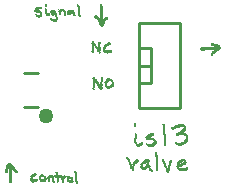
<source format=gto>
G75*
%MOIN*%
%OFA0B0*%
%FSLAX25Y25*%
%IPPOS*%
%LPD*%
%AMOC8*
5,1,8,0,0,1.08239X$1,22.5*
%
%ADD10R,0.00100X0.00400*%
%ADD11R,0.00100X0.00600*%
%ADD12R,0.00100X0.00700*%
%ADD13R,0.00100X0.00900*%
%ADD14R,0.00100X0.01100*%
%ADD15R,0.00100X0.01300*%
%ADD16R,0.00100X0.01200*%
%ADD17R,0.00100X0.01900*%
%ADD18R,0.00100X0.01400*%
%ADD19R,0.00100X0.04300*%
%ADD20R,0.00100X0.05000*%
%ADD21R,0.00100X0.01500*%
%ADD22R,0.00100X0.06700*%
%ADD23R,0.00100X0.06600*%
%ADD24R,0.00100X0.06500*%
%ADD25R,0.00100X0.00800*%
%ADD26R,0.00100X0.03200*%
%ADD27R,0.00100X0.02200*%
%ADD28R,0.00100X0.01800*%
%ADD29R,0.00100X0.02000*%
%ADD30R,0.00100X0.02600*%
%ADD31R,0.00100X0.02500*%
%ADD32R,0.00100X0.00300*%
%ADD33R,0.00100X0.01000*%
%ADD34R,0.00100X0.00500*%
%ADD35R,0.00100X0.00100*%
%ADD36R,0.00100X0.02400*%
%ADD37R,0.00100X0.02100*%
%ADD38R,0.00100X0.05100*%
%ADD39R,0.00100X0.07300*%
%ADD40R,0.00100X0.06800*%
%ADD41R,0.00100X0.02800*%
%ADD42R,0.00100X0.01700*%
%ADD43C,0.01000*%
%ADD44C,0.05000*%
%ADD45R,0.00400X0.00100*%
%ADD46R,0.00600X0.00100*%
%ADD47R,0.00700X0.00100*%
%ADD48R,0.00900X0.00100*%
%ADD49R,0.01100X0.00100*%
%ADD50R,0.01300X0.00100*%
%ADD51R,0.01200X0.00100*%
%ADD52R,0.01900X0.00100*%
%ADD53R,0.01400X0.00100*%
%ADD54R,0.04300X0.00100*%
%ADD55R,0.05000X0.00100*%
%ADD56R,0.01500X0.00100*%
%ADD57R,0.06700X0.00100*%
%ADD58R,0.06600X0.00100*%
%ADD59R,0.06500X0.00100*%
%ADD60R,0.00800X0.00100*%
%ADD61R,0.03200X0.00100*%
%ADD62R,0.02200X0.00100*%
%ADD63R,0.01800X0.00100*%
%ADD64R,0.02000X0.00100*%
%ADD65R,0.02600X0.00100*%
%ADD66R,0.02500X0.00100*%
%ADD67R,0.00300X0.00100*%
%ADD68R,0.01000X0.00100*%
%ADD69R,0.00500X0.00100*%
%ADD70R,0.01600X0.00100*%
%ADD71R,0.02400X0.00100*%
%ADD72R,0.03000X0.00100*%
%ADD73R,0.03500X0.00100*%
%ADD74R,0.03600X0.00100*%
%ADD75R,0.02300X0.00100*%
%ADD76R,0.02100X0.00100*%
%ADD77R,0.01700X0.00100*%
%ADD78R,0.00200X0.00100*%
%ADD79R,0.02700X0.00100*%
%ADD80R,0.02900X0.00100*%
%ADD81R,0.03100X0.00100*%
%ADD82R,0.03300X0.00100*%
%ADD83R,0.02800X0.00100*%
%ADD84R,0.04100X0.00100*%
%ADD85R,0.03800X0.00100*%
%ADD86R,0.03400X0.00100*%
D10*
X0029021Y0030767D03*
D11*
X0028921Y0030767D03*
X0025021Y0031067D03*
D12*
X0028821Y0030817D03*
X0054820Y0082272D03*
X0059220Y0081772D03*
D13*
X0059120Y0081772D03*
X0055520Y0082372D03*
X0054920Y0082272D03*
X0028721Y0030917D03*
X0028621Y0030917D03*
D14*
X0028521Y0031117D03*
X0028421Y0031117D03*
X0055020Y0082272D03*
X0055120Y0082272D03*
X0055220Y0082272D03*
X0055320Y0082272D03*
X0055420Y0082272D03*
X0055620Y0082272D03*
X0055720Y0082172D03*
X0055820Y0082072D03*
X0058520Y0081672D03*
D15*
X0056020Y0081872D03*
X0027321Y0032417D03*
X0027421Y0032317D03*
X0027521Y0032217D03*
X0027621Y0032117D03*
X0027721Y0032017D03*
X0027821Y0031817D03*
X0027921Y0031717D03*
X0028321Y0031317D03*
X0025321Y0031217D03*
X0027321Y0027917D03*
D16*
X0028221Y0031467D03*
X0028121Y0031567D03*
X0028021Y0031667D03*
X0027121Y0032767D03*
X0055920Y0082022D03*
X0058320Y0081522D03*
X0058420Y0081622D03*
D17*
X0058020Y0080972D03*
X0057820Y0080672D03*
X0057620Y0080272D03*
X0026221Y0032717D03*
X0026121Y0032717D03*
X0027221Y0028017D03*
D18*
X0027221Y0032667D03*
X0056320Y0081422D03*
X0056220Y0081622D03*
X0056120Y0081722D03*
X0058220Y0081422D03*
D19*
X0027121Y0029117D03*
D20*
X0027021Y0029467D03*
D21*
X0025421Y0031317D03*
X0027021Y0032817D03*
X0056520Y0081172D03*
X0056420Y0081272D03*
D22*
X0026821Y0030417D03*
X0026921Y0030317D03*
D23*
X0026721Y0030467D03*
D24*
X0026621Y0030517D03*
D25*
X0026521Y0027767D03*
X0025121Y0031067D03*
D26*
X0026521Y0032167D03*
D27*
X0026421Y0032667D03*
X0025921Y0032367D03*
X0057720Y0080422D03*
D28*
X0026321Y0032867D03*
X0025521Y0031467D03*
D29*
X0025621Y0031567D03*
X0026021Y0032567D03*
X0056620Y0080722D03*
X0056720Y0080722D03*
X0057520Y0080222D03*
X0057920Y0080822D03*
D30*
X0025821Y0032067D03*
D31*
X0025721Y0031817D03*
D32*
X0025621Y0032817D03*
X0057520Y0085772D03*
D33*
X0058620Y0081822D03*
X0058720Y0081822D03*
X0058820Y0081822D03*
X0058920Y0081822D03*
X0059020Y0081822D03*
X0025221Y0031167D03*
D34*
X0059320Y0081772D03*
X0056820Y0086372D03*
D35*
X0056820Y0085672D03*
X0056418Y0070229D03*
X0059218Y0070229D03*
X0039457Y0083540D03*
X0038457Y0085640D03*
X0068309Y0045665D03*
X0068509Y0043365D03*
X0072209Y0040065D03*
X0073609Y0038965D03*
X0081709Y0040465D03*
X0044357Y0027122D03*
D36*
X0056820Y0080822D03*
D37*
X0056920Y0085672D03*
D38*
X0056920Y0081972D03*
D39*
X0057320Y0082872D03*
X0057220Y0082972D03*
X0057120Y0082972D03*
X0057020Y0083072D03*
D40*
X0057420Y0082622D03*
D41*
X0057520Y0083922D03*
D42*
X0058120Y0081172D03*
D43*
X0069461Y0080394D02*
X0083240Y0080394D01*
X0083240Y0052047D01*
X0069461Y0052047D01*
X0069461Y0080394D01*
X0069461Y0072126D02*
X0069461Y0066220D01*
X0073398Y0066220D01*
X0073398Y0072126D01*
X0069461Y0072126D01*
X0069461Y0066220D02*
X0069461Y0060315D01*
X0073398Y0060315D01*
X0073398Y0066220D01*
X0035858Y0063858D02*
X0031134Y0063858D01*
X0031134Y0052441D02*
X0035858Y0052441D01*
D44*
X0038476Y0049429D03*
D45*
X0054368Y0058218D03*
X0068259Y0045765D03*
X0070359Y0040265D03*
X0065659Y0035265D03*
X0068859Y0034765D03*
X0067559Y0031165D03*
X0078159Y0039265D03*
X0081759Y0040365D03*
X0077659Y0046565D03*
X0093711Y0069514D03*
X0060168Y0071129D03*
X0049807Y0082340D03*
X0045007Y0082740D03*
X0039407Y0083440D03*
X0038407Y0084840D03*
X0035307Y0082940D03*
X0042007Y0030522D03*
X0039507Y0027522D03*
X0044307Y0027222D03*
X0048307Y0030622D03*
D46*
X0048307Y0030522D03*
X0045807Y0028022D03*
X0044307Y0027322D03*
X0044207Y0027522D03*
X0042507Y0027522D03*
X0042507Y0027422D03*
X0041107Y0027322D03*
X0041007Y0027422D03*
X0039507Y0027622D03*
X0036507Y0028122D03*
X0036507Y0028222D03*
X0036507Y0028322D03*
X0036507Y0028422D03*
X0034907Y0030022D03*
X0033607Y0028122D03*
X0042107Y0030322D03*
X0048807Y0026922D03*
X0048807Y0026822D03*
X0065659Y0035165D03*
X0068859Y0034665D03*
X0072359Y0034765D03*
X0075259Y0036765D03*
X0077459Y0034665D03*
X0080159Y0034465D03*
X0082459Y0032165D03*
X0082459Y0032065D03*
X0085359Y0031965D03*
X0078159Y0039365D03*
X0081859Y0040265D03*
X0077659Y0046465D03*
X0073859Y0043465D03*
X0072259Y0039765D03*
X0070359Y0040165D03*
X0069559Y0039065D03*
X0068559Y0040065D03*
X0068459Y0040165D03*
X0068359Y0040365D03*
X0068359Y0040465D03*
X0068559Y0043065D03*
X0068559Y0043165D03*
X0068159Y0046565D03*
X0057068Y0061918D03*
X0054568Y0061918D03*
X0054068Y0073929D03*
X0059668Y0073729D03*
X0049807Y0082440D03*
X0049307Y0086040D03*
X0045007Y0082840D03*
X0043107Y0083140D03*
X0041907Y0082840D03*
X0042007Y0082440D03*
X0042007Y0082340D03*
X0042007Y0082240D03*
X0040907Y0082740D03*
X0039207Y0082740D03*
X0038407Y0083640D03*
X0038407Y0083740D03*
X0038407Y0084440D03*
X0038407Y0084640D03*
X0038407Y0084740D03*
X0036307Y0085540D03*
X0035407Y0082840D03*
X0044007Y0084840D03*
X0094011Y0073514D03*
X0093711Y0069614D03*
X0073959Y0030765D03*
D47*
X0073209Y0031565D03*
X0073109Y0031665D03*
X0073009Y0031865D03*
X0072909Y0032065D03*
X0071009Y0031365D03*
X0070309Y0032165D03*
X0070309Y0032265D03*
X0070309Y0032365D03*
X0066809Y0032665D03*
X0066709Y0032865D03*
X0066709Y0032965D03*
X0066609Y0033065D03*
X0066609Y0033165D03*
X0066609Y0033265D03*
X0066509Y0033465D03*
X0066409Y0033665D03*
X0066409Y0033765D03*
X0066309Y0033965D03*
X0066309Y0034065D03*
X0066209Y0034165D03*
X0066209Y0034265D03*
X0066109Y0034365D03*
X0066109Y0034465D03*
X0066009Y0034565D03*
X0066009Y0034665D03*
X0065909Y0034765D03*
X0065909Y0034865D03*
X0065809Y0034965D03*
X0065709Y0035065D03*
X0068709Y0039865D03*
X0068609Y0039965D03*
X0068409Y0040265D03*
X0068309Y0040565D03*
X0068309Y0040665D03*
X0068309Y0040765D03*
X0068309Y0040865D03*
X0068309Y0040965D03*
X0068309Y0041065D03*
X0068309Y0041165D03*
X0068309Y0041265D03*
X0068309Y0041365D03*
X0068309Y0041465D03*
X0068309Y0041565D03*
X0068309Y0041665D03*
X0068309Y0041765D03*
X0068409Y0042165D03*
X0068409Y0042265D03*
X0068509Y0042965D03*
X0068209Y0045865D03*
X0068209Y0045965D03*
X0074909Y0040965D03*
X0075009Y0040765D03*
X0078009Y0040865D03*
X0078009Y0040965D03*
X0078009Y0040665D03*
X0078009Y0040265D03*
X0078109Y0039565D03*
X0078109Y0039465D03*
X0078009Y0041365D03*
X0078009Y0041465D03*
X0078009Y0041565D03*
X0078009Y0041665D03*
X0078009Y0041765D03*
X0078009Y0041865D03*
X0078009Y0041965D03*
X0078009Y0042065D03*
X0078009Y0042165D03*
X0078009Y0042265D03*
X0078009Y0042365D03*
X0078009Y0042465D03*
X0078009Y0042565D03*
X0078009Y0042665D03*
X0078009Y0042765D03*
X0078009Y0042865D03*
X0078009Y0042965D03*
X0078009Y0043065D03*
X0077909Y0043665D03*
X0077909Y0043765D03*
X0077909Y0043865D03*
X0077909Y0043965D03*
X0077909Y0044065D03*
X0077909Y0044165D03*
X0077809Y0044665D03*
X0077809Y0044765D03*
X0077809Y0044865D03*
X0077809Y0044965D03*
X0077809Y0045065D03*
X0077809Y0045165D03*
X0077809Y0045265D03*
X0077809Y0045365D03*
X0077709Y0046365D03*
X0082609Y0042765D03*
X0085409Y0042565D03*
X0085509Y0042465D03*
X0085509Y0042365D03*
X0085609Y0042265D03*
X0085609Y0042165D03*
X0085609Y0042065D03*
X0083009Y0039465D03*
X0084909Y0034265D03*
X0084909Y0034165D03*
X0084909Y0034065D03*
X0082409Y0032265D03*
X0082509Y0031965D03*
X0080209Y0034265D03*
X0080209Y0034365D03*
X0078109Y0033165D03*
X0078209Y0032865D03*
X0078309Y0032665D03*
X0078309Y0032565D03*
X0078409Y0032365D03*
X0078509Y0032065D03*
X0077809Y0033865D03*
X0077709Y0034065D03*
X0077509Y0034565D03*
X0075409Y0034465D03*
X0075409Y0034865D03*
X0075409Y0034965D03*
X0075409Y0035065D03*
X0075409Y0035165D03*
X0075409Y0035265D03*
X0075409Y0035365D03*
X0075409Y0035465D03*
X0075409Y0035565D03*
X0075309Y0035865D03*
X0075309Y0036065D03*
X0075309Y0036165D03*
X0075309Y0036265D03*
X0075309Y0036365D03*
X0075309Y0036465D03*
X0075309Y0036565D03*
X0075309Y0036665D03*
X0075409Y0033565D03*
X0075409Y0033365D03*
X0075409Y0033265D03*
X0075409Y0033165D03*
X0075409Y0033065D03*
X0075409Y0032965D03*
X0075409Y0032865D03*
X0075409Y0032765D03*
X0075509Y0031265D03*
X0048657Y0028222D03*
X0048657Y0028122D03*
X0048657Y0028022D03*
X0048657Y0027922D03*
X0048657Y0027822D03*
X0048657Y0027722D03*
X0048657Y0027622D03*
X0048657Y0027522D03*
X0048657Y0027422D03*
X0048757Y0027222D03*
X0048757Y0027122D03*
X0048757Y0027022D03*
X0048557Y0028622D03*
X0048557Y0028722D03*
X0048557Y0028922D03*
X0048557Y0029022D03*
X0048457Y0029222D03*
X0048457Y0029322D03*
X0048457Y0029422D03*
X0048457Y0029522D03*
X0048457Y0029622D03*
X0048457Y0029722D03*
X0048457Y0029822D03*
X0048457Y0029922D03*
X0048357Y0030222D03*
X0048357Y0030322D03*
X0048357Y0030422D03*
X0047257Y0028122D03*
X0047257Y0028022D03*
X0047257Y0027922D03*
X0045857Y0027922D03*
X0045857Y0027822D03*
X0045857Y0028122D03*
X0045857Y0028222D03*
X0044157Y0027822D03*
X0044157Y0027722D03*
X0044157Y0027622D03*
X0044257Y0027422D03*
X0044057Y0027922D03*
X0044057Y0028022D03*
X0044057Y0028122D03*
X0042457Y0027822D03*
X0042457Y0027722D03*
X0042457Y0027622D03*
X0042357Y0028322D03*
X0042357Y0028422D03*
X0042357Y0028522D03*
X0042257Y0029522D03*
X0042257Y0029622D03*
X0042257Y0029722D03*
X0042157Y0030222D03*
X0040857Y0028722D03*
X0040857Y0028622D03*
X0040857Y0028522D03*
X0040957Y0028322D03*
X0040957Y0028222D03*
X0040957Y0028122D03*
X0040957Y0028022D03*
X0040957Y0027922D03*
X0040957Y0027822D03*
X0040957Y0027722D03*
X0040957Y0027622D03*
X0040957Y0027522D03*
X0039457Y0027722D03*
X0039457Y0027822D03*
X0039457Y0027922D03*
X0039457Y0028022D03*
X0039457Y0028122D03*
X0038357Y0028422D03*
X0038357Y0028522D03*
X0038257Y0028622D03*
X0038257Y0028722D03*
X0038157Y0028822D03*
X0037257Y0029722D03*
X0036557Y0028622D03*
X0036457Y0028522D03*
X0037457Y0027322D03*
X0033657Y0028022D03*
X0033657Y0028222D03*
X0033657Y0028422D03*
X0054318Y0058318D03*
X0054318Y0058418D03*
X0054318Y0058518D03*
X0054418Y0058718D03*
X0054418Y0058818D03*
X0054418Y0058918D03*
X0054518Y0059518D03*
X0054518Y0059618D03*
X0054518Y0059718D03*
X0054518Y0059818D03*
X0054518Y0059918D03*
X0056818Y0058218D03*
X0058518Y0059518D03*
X0058518Y0059618D03*
X0058518Y0059718D03*
X0058518Y0059818D03*
X0058618Y0059318D03*
X0060718Y0060518D03*
X0060618Y0060718D03*
X0057118Y0061818D03*
X0056418Y0070429D03*
X0056418Y0071829D03*
X0056318Y0072229D03*
X0056318Y0072329D03*
X0056318Y0072429D03*
X0056318Y0072529D03*
X0056318Y0072629D03*
X0056318Y0072729D03*
X0056318Y0073729D03*
X0055318Y0072129D03*
X0054118Y0072129D03*
X0054118Y0072029D03*
X0054118Y0071929D03*
X0054118Y0071829D03*
X0054118Y0071729D03*
X0054118Y0071629D03*
X0054018Y0071129D03*
X0054018Y0071029D03*
X0054018Y0070929D03*
X0054018Y0070629D03*
X0054018Y0070529D03*
X0054118Y0072229D03*
X0054118Y0072329D03*
X0054118Y0072429D03*
X0054118Y0072529D03*
X0054118Y0072629D03*
X0054118Y0073829D03*
X0057918Y0071529D03*
X0057918Y0071429D03*
X0057918Y0071329D03*
X0057918Y0071229D03*
X0057918Y0071129D03*
X0057918Y0071029D03*
X0049757Y0082540D03*
X0049757Y0082640D03*
X0049657Y0082840D03*
X0049657Y0082940D03*
X0049657Y0083040D03*
X0049657Y0083140D03*
X0049657Y0083240D03*
X0049557Y0083740D03*
X0049557Y0083840D03*
X0049557Y0083940D03*
X0049557Y0084040D03*
X0049557Y0084140D03*
X0049557Y0084240D03*
X0049557Y0084340D03*
X0049557Y0084440D03*
X0049557Y0084540D03*
X0049457Y0084840D03*
X0049457Y0084940D03*
X0049457Y0085040D03*
X0049457Y0085140D03*
X0049457Y0085240D03*
X0049457Y0085340D03*
X0049357Y0085640D03*
X0049357Y0085740D03*
X0047757Y0083240D03*
X0048057Y0082740D03*
X0044957Y0083140D03*
X0044957Y0083240D03*
X0044957Y0083340D03*
X0044857Y0083740D03*
X0043057Y0083440D03*
X0043057Y0083340D03*
X0041957Y0082740D03*
X0041957Y0082640D03*
X0041957Y0082540D03*
X0042057Y0082140D03*
X0042057Y0082040D03*
X0042057Y0081940D03*
X0042057Y0081840D03*
X0042057Y0081740D03*
X0042057Y0081640D03*
X0042057Y0081540D03*
X0042057Y0081440D03*
X0041957Y0081340D03*
X0040357Y0081540D03*
X0040357Y0083340D03*
X0040357Y0083440D03*
X0040357Y0083540D03*
X0041057Y0084440D03*
X0038457Y0084540D03*
X0038357Y0084340D03*
X0038357Y0084240D03*
X0038357Y0084140D03*
X0038357Y0084040D03*
X0038357Y0083940D03*
X0038357Y0083840D03*
X0038457Y0083540D03*
X0036857Y0083340D03*
X0036857Y0083240D03*
X0036857Y0083140D03*
X0036857Y0083040D03*
X0035057Y0084540D03*
X0038357Y0085840D03*
X0038357Y0085940D03*
X0038357Y0086040D03*
X0038357Y0086140D03*
X0093761Y0069714D03*
D48*
X0093861Y0069814D03*
X0093861Y0069914D03*
X0068109Y0046265D03*
X0073809Y0043365D03*
X0074609Y0041165D03*
X0075009Y0040565D03*
X0075009Y0040465D03*
X0080909Y0044865D03*
X0084809Y0045065D03*
X0084809Y0045165D03*
X0085209Y0042765D03*
X0085309Y0042665D03*
X0085609Y0041565D03*
X0085609Y0041465D03*
X0085509Y0041365D03*
X0084209Y0034865D03*
X0084809Y0033865D03*
X0082809Y0033465D03*
X0082709Y0033365D03*
X0082709Y0033265D03*
X0080209Y0034065D03*
X0080209Y0034165D03*
X0080109Y0033865D03*
X0080009Y0033665D03*
X0079909Y0033565D03*
X0079909Y0033465D03*
X0079909Y0033365D03*
X0079809Y0033265D03*
X0079809Y0033165D03*
X0079709Y0032965D03*
X0079709Y0032865D03*
X0079609Y0032565D03*
X0079609Y0032465D03*
X0079509Y0032165D03*
X0079509Y0032065D03*
X0079209Y0030765D03*
X0073809Y0030965D03*
X0073709Y0031065D03*
X0073409Y0031365D03*
X0072609Y0033165D03*
X0072609Y0033265D03*
X0072609Y0033365D03*
X0072609Y0033465D03*
X0072609Y0033565D03*
X0072609Y0033665D03*
X0070609Y0033065D03*
X0070509Y0032965D03*
X0070509Y0032865D03*
X0070409Y0032665D03*
X0067809Y0032865D03*
X0067709Y0032765D03*
X0067709Y0032665D03*
X0067409Y0031565D03*
X0067409Y0031465D03*
X0047257Y0027822D03*
X0047157Y0028222D03*
X0045957Y0028322D03*
X0044857Y0029222D03*
X0044057Y0028422D03*
X0040257Y0029422D03*
X0039457Y0028422D03*
X0039457Y0028322D03*
X0039457Y0028222D03*
X0038257Y0028222D03*
X0038057Y0028922D03*
X0037957Y0029022D03*
X0037257Y0029622D03*
X0036657Y0028822D03*
X0034857Y0029922D03*
X0033857Y0028822D03*
X0033757Y0028622D03*
X0056818Y0058318D03*
X0056918Y0059718D03*
X0056918Y0059818D03*
X0057018Y0060618D03*
X0057018Y0060718D03*
X0057018Y0060818D03*
X0057118Y0061318D03*
X0057118Y0061418D03*
X0057118Y0061518D03*
X0057118Y0061618D03*
X0057118Y0061718D03*
X0055618Y0060218D03*
X0055518Y0060318D03*
X0055718Y0060018D03*
X0055818Y0059918D03*
X0055818Y0059818D03*
X0055918Y0059718D03*
X0054618Y0061718D03*
X0058618Y0060318D03*
X0058718Y0060518D03*
X0060818Y0059818D03*
X0060818Y0059718D03*
X0056318Y0070629D03*
X0056318Y0070729D03*
X0058018Y0071729D03*
X0058018Y0071829D03*
X0058118Y0071929D03*
X0058218Y0072129D03*
X0058318Y0072329D03*
X0059618Y0073629D03*
X0056318Y0073329D03*
X0056318Y0073229D03*
X0054218Y0073529D03*
X0054218Y0073629D03*
X0047957Y0082940D03*
X0047857Y0083040D03*
X0046957Y0084540D03*
X0044657Y0084140D03*
X0043157Y0083940D03*
X0043057Y0083540D03*
X0041457Y0083740D03*
X0040457Y0083740D03*
X0040857Y0082840D03*
X0041557Y0080740D03*
X0036757Y0082840D03*
X0036757Y0083540D03*
X0035257Y0084740D03*
X0035157Y0084640D03*
X0036257Y0082140D03*
D49*
X0036457Y0083740D03*
X0035357Y0084840D03*
X0036257Y0085440D03*
X0039257Y0082840D03*
X0041457Y0083440D03*
X0043257Y0084140D03*
X0046257Y0083140D03*
X0054318Y0073329D03*
X0056218Y0071029D03*
X0056218Y0070929D03*
X0059518Y0073529D03*
X0059018Y0060918D03*
X0058918Y0060818D03*
X0058918Y0059118D03*
X0060418Y0059218D03*
X0060518Y0059318D03*
X0060618Y0059418D03*
X0056718Y0058618D03*
X0056718Y0058518D03*
X0054818Y0061318D03*
X0054818Y0061418D03*
X0054718Y0061518D03*
X0070309Y0039965D03*
X0074809Y0040165D03*
X0068809Y0034365D03*
X0068809Y0034265D03*
X0068709Y0034165D03*
X0068609Y0034065D03*
X0068309Y0033665D03*
X0068209Y0033565D03*
X0068009Y0033265D03*
X0067309Y0031865D03*
X0070909Y0033465D03*
X0071009Y0033565D03*
X0071109Y0033665D03*
X0071209Y0033765D03*
X0072509Y0032865D03*
X0072509Y0032765D03*
X0071109Y0031465D03*
X0083009Y0033765D03*
X0083109Y0033865D03*
X0083209Y0033965D03*
X0083309Y0034065D03*
X0084709Y0033665D03*
X0085009Y0040665D03*
X0085109Y0040765D03*
X0085209Y0040865D03*
X0085309Y0040965D03*
X0085009Y0042865D03*
X0084509Y0044665D03*
X0084609Y0044765D03*
X0094061Y0070014D03*
X0094061Y0070114D03*
X0044757Y0029122D03*
X0044157Y0028522D03*
X0039657Y0028722D03*
X0039557Y0028622D03*
X0038157Y0028022D03*
X0035057Y0028022D03*
D50*
X0034657Y0029622D03*
X0037457Y0027422D03*
X0046357Y0028822D03*
X0067309Y0031965D03*
X0067309Y0032065D03*
X0071309Y0033865D03*
X0072209Y0034565D03*
X0072409Y0032565D03*
X0079109Y0031365D03*
X0079109Y0031265D03*
X0083609Y0034265D03*
X0084209Y0034765D03*
X0084409Y0033465D03*
X0084309Y0033365D03*
X0084809Y0040465D03*
X0083809Y0043965D03*
X0083909Y0044065D03*
X0074609Y0039965D03*
X0070209Y0039865D03*
X0056618Y0058818D03*
X0056618Y0058918D03*
X0054918Y0061018D03*
X0054918Y0061118D03*
X0059618Y0061518D03*
X0056218Y0071229D03*
X0054418Y0073029D03*
X0054418Y0073129D03*
X0058818Y0072829D03*
X0059518Y0073429D03*
X0041457Y0080840D03*
X0040657Y0081340D03*
X0039157Y0082940D03*
X0040957Y0084240D03*
X0035557Y0084940D03*
X0090861Y0071214D03*
X0094261Y0070214D03*
X0094661Y0070614D03*
X0094761Y0070714D03*
X0094961Y0070814D03*
X0095061Y0070914D03*
X0095161Y0071014D03*
X0095261Y0071114D03*
X0095361Y0071214D03*
X0094161Y0073214D03*
D51*
X0095711Y0071414D03*
X0094611Y0070514D03*
X0094511Y0070414D03*
X0094411Y0070314D03*
X0084459Y0044565D03*
X0084359Y0044465D03*
X0084259Y0044365D03*
X0084159Y0044265D03*
X0084059Y0044165D03*
X0084959Y0040565D03*
X0083459Y0034165D03*
X0084559Y0033565D03*
X0085159Y0031865D03*
X0082659Y0032365D03*
X0079159Y0031165D03*
X0079159Y0031065D03*
X0072459Y0032665D03*
X0068559Y0033965D03*
X0068459Y0033865D03*
X0068359Y0033765D03*
X0074759Y0040065D03*
X0073759Y0043265D03*
X0056668Y0058718D03*
X0054868Y0061218D03*
X0059068Y0061018D03*
X0056168Y0071129D03*
X0058568Y0072629D03*
X0058668Y0072729D03*
X0054368Y0073229D03*
X0046907Y0084440D03*
X0043907Y0084740D03*
X0041407Y0083340D03*
X0036207Y0082240D03*
X0035307Y0084440D03*
X0034707Y0029722D03*
X0034307Y0029322D03*
X0034207Y0029222D03*
X0037207Y0029522D03*
X0040207Y0029322D03*
X0044307Y0028622D03*
D52*
X0046457Y0028422D03*
X0046657Y0027522D03*
X0037457Y0027622D03*
X0034557Y0027422D03*
X0069609Y0039465D03*
X0073409Y0039165D03*
X0073509Y0042865D03*
X0072109Y0034265D03*
X0084109Y0034465D03*
X0090961Y0071314D03*
X0095661Y0072314D03*
X0095661Y0072414D03*
X0046757Y0084140D03*
X0041257Y0082940D03*
X0035857Y0083940D03*
X0035757Y0084040D03*
X0035657Y0084140D03*
D53*
X0036207Y0085340D03*
X0036207Y0082340D03*
X0039107Y0083040D03*
X0046307Y0083240D03*
X0054468Y0072929D03*
X0056068Y0071429D03*
X0056168Y0071329D03*
X0054968Y0060918D03*
X0054968Y0060818D03*
X0060268Y0059118D03*
X0073759Y0043165D03*
X0072359Y0042165D03*
X0072359Y0042065D03*
X0070059Y0039765D03*
X0069559Y0039265D03*
X0073359Y0039065D03*
X0067259Y0032265D03*
X0067259Y0032165D03*
X0081059Y0045065D03*
X0083559Y0046365D03*
X0083659Y0043865D03*
X0084159Y0033265D03*
X0046707Y0027222D03*
X0044707Y0029022D03*
X0040207Y0029222D03*
X0034607Y0029522D03*
X0034507Y0029422D03*
X0095611Y0071314D03*
D54*
X0092061Y0071414D03*
X0083009Y0045665D03*
D55*
X0092411Y0071514D03*
D56*
X0094261Y0073114D03*
X0095761Y0071514D03*
X0083509Y0043765D03*
X0082809Y0042965D03*
X0084709Y0042965D03*
X0084609Y0040365D03*
X0084209Y0034665D03*
X0082809Y0032465D03*
X0079109Y0031565D03*
X0079109Y0031465D03*
X0072409Y0032465D03*
X0071109Y0031565D03*
X0072209Y0034465D03*
X0067309Y0032365D03*
X0074509Y0039865D03*
X0074309Y0041265D03*
X0072409Y0042265D03*
X0059618Y0058618D03*
X0056618Y0059018D03*
X0055018Y0060718D03*
X0059618Y0061418D03*
X0056118Y0071529D03*
X0056018Y0071629D03*
X0054518Y0072729D03*
X0054518Y0072829D03*
X0058918Y0072929D03*
X0059018Y0073029D03*
X0059418Y0073329D03*
X0046357Y0083340D03*
X0046857Y0084340D03*
X0043957Y0084640D03*
X0040957Y0084140D03*
X0039057Y0083140D03*
X0038957Y0083340D03*
X0035457Y0084340D03*
X0037257Y0029422D03*
X0044457Y0028722D03*
X0044657Y0028922D03*
X0046357Y0028722D03*
D57*
X0093261Y0071614D03*
X0093361Y0071714D03*
D58*
X0093411Y0071814D03*
D59*
X0093461Y0071914D03*
D60*
X0094011Y0073414D03*
X0090711Y0072014D03*
X0077759Y0046265D03*
X0077759Y0046165D03*
X0077759Y0046065D03*
X0077759Y0045965D03*
X0077759Y0045865D03*
X0077759Y0045765D03*
X0077759Y0045665D03*
X0077759Y0045565D03*
X0077759Y0045465D03*
X0077859Y0044565D03*
X0077859Y0044465D03*
X0077859Y0044365D03*
X0077859Y0044265D03*
X0077959Y0043565D03*
X0077959Y0043465D03*
X0077959Y0043365D03*
X0077959Y0043265D03*
X0077959Y0043165D03*
X0078059Y0041265D03*
X0078059Y0041165D03*
X0078059Y0041065D03*
X0078059Y0040765D03*
X0078059Y0040565D03*
X0078059Y0040465D03*
X0078059Y0040365D03*
X0078059Y0040165D03*
X0078059Y0040065D03*
X0078059Y0039965D03*
X0078059Y0039865D03*
X0078059Y0039765D03*
X0078059Y0039665D03*
X0075059Y0040665D03*
X0074959Y0040865D03*
X0074759Y0041065D03*
X0070359Y0040065D03*
X0068759Y0039765D03*
X0068359Y0041865D03*
X0068359Y0041965D03*
X0068359Y0042065D03*
X0068459Y0042365D03*
X0068459Y0042465D03*
X0068459Y0042565D03*
X0068459Y0042665D03*
X0068559Y0042765D03*
X0068559Y0042865D03*
X0068159Y0046065D03*
X0068159Y0046165D03*
X0068159Y0046365D03*
X0068159Y0046465D03*
X0075359Y0035965D03*
X0075359Y0035765D03*
X0075359Y0035665D03*
X0075459Y0034765D03*
X0075459Y0034665D03*
X0075459Y0034565D03*
X0075459Y0034365D03*
X0075459Y0034265D03*
X0075459Y0034165D03*
X0075459Y0034065D03*
X0075459Y0033965D03*
X0075459Y0033865D03*
X0075459Y0033765D03*
X0075459Y0033665D03*
X0075459Y0033465D03*
X0075359Y0032665D03*
X0075359Y0032565D03*
X0075359Y0032465D03*
X0075359Y0032365D03*
X0075359Y0032265D03*
X0075359Y0032165D03*
X0075359Y0032065D03*
X0075359Y0031965D03*
X0075359Y0031865D03*
X0075359Y0031765D03*
X0075359Y0031665D03*
X0075359Y0031565D03*
X0075359Y0031465D03*
X0075459Y0031365D03*
X0073859Y0030865D03*
X0073259Y0031465D03*
X0073059Y0031765D03*
X0072959Y0031965D03*
X0070359Y0032065D03*
X0070359Y0032465D03*
X0070359Y0032565D03*
X0070459Y0032765D03*
X0068859Y0034565D03*
X0066559Y0033365D03*
X0066459Y0033565D03*
X0066359Y0033865D03*
X0066759Y0032765D03*
X0067459Y0031365D03*
X0077559Y0034365D03*
X0077559Y0034465D03*
X0077659Y0034265D03*
X0077659Y0034165D03*
X0077759Y0033965D03*
X0077859Y0033765D03*
X0077859Y0033665D03*
X0077959Y0033565D03*
X0077959Y0033465D03*
X0078059Y0033365D03*
X0078059Y0033265D03*
X0078159Y0033065D03*
X0078159Y0032965D03*
X0078259Y0032765D03*
X0078359Y0032465D03*
X0078459Y0032265D03*
X0078459Y0032165D03*
X0078559Y0031965D03*
X0079459Y0031965D03*
X0079559Y0032265D03*
X0079559Y0032365D03*
X0079659Y0032665D03*
X0079659Y0032765D03*
X0079759Y0033065D03*
X0079259Y0030665D03*
X0082659Y0031865D03*
X0082659Y0033165D03*
X0084859Y0033965D03*
X0085659Y0041665D03*
X0085659Y0041765D03*
X0085659Y0041865D03*
X0085659Y0041965D03*
X0084859Y0045265D03*
X0084859Y0045365D03*
X0084859Y0045465D03*
X0084759Y0045565D03*
X0060868Y0059918D03*
X0060868Y0060018D03*
X0060868Y0060118D03*
X0060768Y0060218D03*
X0060768Y0060318D03*
X0060768Y0060418D03*
X0060668Y0060618D03*
X0060568Y0060818D03*
X0060468Y0060918D03*
X0060368Y0061018D03*
X0058568Y0060218D03*
X0058568Y0060118D03*
X0058568Y0060018D03*
X0058568Y0059918D03*
X0058568Y0059418D03*
X0058668Y0059218D03*
X0056968Y0059918D03*
X0056968Y0060018D03*
X0056968Y0060118D03*
X0056968Y0060218D03*
X0056968Y0060318D03*
X0056968Y0060418D03*
X0056968Y0060518D03*
X0057068Y0060918D03*
X0057068Y0061018D03*
X0057068Y0061118D03*
X0057068Y0061218D03*
X0055668Y0060118D03*
X0055468Y0060418D03*
X0054568Y0060418D03*
X0054568Y0060318D03*
X0054568Y0060218D03*
X0054568Y0060118D03*
X0054568Y0060018D03*
X0054468Y0059418D03*
X0054468Y0059318D03*
X0054468Y0059218D03*
X0054468Y0059118D03*
X0054468Y0059018D03*
X0054368Y0058618D03*
X0054568Y0061818D03*
X0056368Y0070529D03*
X0056368Y0071929D03*
X0056368Y0072029D03*
X0056368Y0072129D03*
X0056268Y0072829D03*
X0056268Y0072929D03*
X0056268Y0073029D03*
X0056268Y0073129D03*
X0056368Y0073429D03*
X0056368Y0073529D03*
X0056368Y0073629D03*
X0055168Y0072429D03*
X0055168Y0072329D03*
X0055268Y0072229D03*
X0055368Y0072029D03*
X0055468Y0071929D03*
X0055568Y0071829D03*
X0055068Y0072529D03*
X0054968Y0072629D03*
X0054168Y0073729D03*
X0054068Y0071529D03*
X0054068Y0071429D03*
X0054068Y0071329D03*
X0054068Y0071229D03*
X0053968Y0070829D03*
X0053968Y0070729D03*
X0057968Y0071629D03*
X0049707Y0082740D03*
X0049607Y0083340D03*
X0049607Y0083440D03*
X0049607Y0083540D03*
X0049607Y0083640D03*
X0049507Y0084640D03*
X0049507Y0084740D03*
X0049407Y0085440D03*
X0049407Y0085540D03*
X0049307Y0085840D03*
X0049307Y0085940D03*
X0047707Y0083340D03*
X0047807Y0083140D03*
X0048007Y0082840D03*
X0045007Y0082940D03*
X0045007Y0083040D03*
X0044907Y0083440D03*
X0044907Y0083540D03*
X0044907Y0083640D03*
X0044807Y0083840D03*
X0044807Y0083940D03*
X0044807Y0084040D03*
X0043107Y0083840D03*
X0043107Y0083740D03*
X0043107Y0083640D03*
X0043107Y0083240D03*
X0040407Y0083640D03*
X0038507Y0083440D03*
X0036807Y0083440D03*
X0036807Y0082940D03*
X0042207Y0030122D03*
X0042207Y0030022D03*
X0042207Y0029922D03*
X0042207Y0029822D03*
X0042307Y0028622D03*
X0042407Y0028222D03*
X0042407Y0028122D03*
X0042407Y0028022D03*
X0042407Y0027922D03*
X0044007Y0028222D03*
X0044007Y0028322D03*
X0040907Y0028422D03*
X0038307Y0028322D03*
X0036607Y0028022D03*
X0036607Y0028722D03*
X0033807Y0028722D03*
X0033707Y0028522D03*
X0033607Y0028322D03*
X0048407Y0030022D03*
X0048407Y0030122D03*
X0048507Y0029122D03*
X0048507Y0028822D03*
X0048607Y0028522D03*
X0048607Y0028422D03*
X0048607Y0028322D03*
X0048707Y0027322D03*
D61*
X0083259Y0039965D03*
X0083659Y0043165D03*
X0083559Y0043265D03*
X0084259Y0031365D03*
X0095111Y0072014D03*
D62*
X0095611Y0072114D03*
X0095311Y0072614D03*
X0083459Y0043565D03*
X0083159Y0039665D03*
X0083259Y0032865D03*
X0083159Y0032765D03*
X0073459Y0039265D03*
X0071959Y0033965D03*
X0071159Y0031865D03*
X0042407Y0029422D03*
X0041207Y0081240D03*
X0043807Y0084440D03*
D63*
X0041307Y0081040D03*
X0036207Y0082540D03*
X0036107Y0083840D03*
X0036107Y0085140D03*
X0059668Y0061318D03*
X0059668Y0058718D03*
X0056468Y0059518D03*
X0056468Y0059618D03*
X0073559Y0042965D03*
X0073059Y0042665D03*
X0081259Y0045265D03*
X0084159Y0034565D03*
X0082959Y0032565D03*
X0072359Y0032265D03*
X0071159Y0031665D03*
X0046707Y0027422D03*
X0046407Y0028522D03*
X0037307Y0029222D03*
X0094411Y0073014D03*
X0095811Y0072214D03*
D64*
X0095511Y0072514D03*
X0094511Y0072914D03*
X0073359Y0042765D03*
X0072659Y0041965D03*
X0072059Y0034165D03*
X0071159Y0031765D03*
X0083059Y0032665D03*
X0059668Y0058818D03*
X0059668Y0061218D03*
X0041207Y0083040D03*
X0041107Y0083140D03*
X0041107Y0083240D03*
X0043807Y0084540D03*
X0046707Y0084040D03*
X0036207Y0082640D03*
X0036007Y0085040D03*
X0037307Y0029122D03*
X0040107Y0028922D03*
X0040107Y0028822D03*
X0042407Y0028822D03*
X0046607Y0027622D03*
D65*
X0073159Y0041665D03*
X0073559Y0041365D03*
X0081859Y0045565D03*
X0083359Y0046165D03*
X0083459Y0043465D03*
X0059268Y0070529D03*
X0095011Y0072714D03*
D66*
X0094761Y0072814D03*
X0073009Y0041765D03*
X0073509Y0039365D03*
X0083409Y0033065D03*
X0059618Y0059018D03*
X0046757Y0083440D03*
X0042357Y0029222D03*
D67*
X0043257Y0029522D03*
X0044957Y0029322D03*
X0041057Y0027122D03*
X0040257Y0029522D03*
X0068509Y0043265D03*
X0072109Y0039965D03*
X0073209Y0038965D03*
X0077409Y0034865D03*
X0080109Y0034565D03*
X0079309Y0030465D03*
X0075509Y0031065D03*
X0082609Y0042665D03*
X0095761Y0072914D03*
X0040257Y0081740D03*
D68*
X0040507Y0081440D03*
X0041507Y0083540D03*
X0041507Y0083640D03*
X0041007Y0084340D03*
X0043207Y0084040D03*
X0036607Y0083640D03*
X0054268Y0073429D03*
X0056268Y0070829D03*
X0058168Y0072029D03*
X0058268Y0072229D03*
X0058368Y0072429D03*
X0058468Y0072529D03*
X0059968Y0071029D03*
X0059568Y0061618D03*
X0058868Y0060718D03*
X0058768Y0060618D03*
X0058668Y0060418D03*
X0060668Y0059518D03*
X0060768Y0059618D03*
X0059668Y0058518D03*
X0056768Y0058418D03*
X0054668Y0061618D03*
X0074959Y0040365D03*
X0074959Y0040265D03*
X0080959Y0044965D03*
X0082659Y0042865D03*
X0084659Y0044865D03*
X0084759Y0044965D03*
X0085459Y0041265D03*
X0085459Y0041165D03*
X0085359Y0041065D03*
X0080159Y0033965D03*
X0080059Y0033765D03*
X0082859Y0033565D03*
X0082959Y0033665D03*
X0084759Y0033765D03*
X0079159Y0030965D03*
X0079159Y0030865D03*
X0073659Y0031165D03*
X0073559Y0031265D03*
X0072559Y0032965D03*
X0072559Y0033065D03*
X0072559Y0033765D03*
X0072559Y0033865D03*
X0072259Y0034665D03*
X0070859Y0033365D03*
X0070759Y0033265D03*
X0070659Y0033165D03*
X0068859Y0034465D03*
X0068159Y0033465D03*
X0068059Y0033365D03*
X0067959Y0033165D03*
X0067859Y0033065D03*
X0067859Y0032965D03*
X0067359Y0031765D03*
X0067359Y0031665D03*
X0069559Y0039165D03*
X0047007Y0028322D03*
X0046307Y0028922D03*
X0046707Y0027122D03*
X0039507Y0028522D03*
X0038207Y0028122D03*
X0036807Y0029022D03*
X0036707Y0028922D03*
X0034807Y0029822D03*
X0034107Y0029122D03*
X0034007Y0029022D03*
X0033907Y0028922D03*
X0094111Y0073314D03*
D69*
X0068209Y0046665D03*
X0072209Y0039865D03*
X0075209Y0036965D03*
X0075209Y0036865D03*
X0077409Y0034765D03*
X0075509Y0031165D03*
X0079309Y0030565D03*
X0067509Y0031265D03*
X0080909Y0044765D03*
X0059418Y0061718D03*
X0056818Y0058118D03*
X0056418Y0070329D03*
X0054018Y0070429D03*
X0056318Y0073829D03*
X0048057Y0082640D03*
X0046257Y0083040D03*
X0043157Y0083040D03*
X0040257Y0081640D03*
X0038357Y0085740D03*
X0038357Y0086240D03*
X0049257Y0086140D03*
X0042057Y0030422D03*
X0042557Y0027322D03*
X0041057Y0027222D03*
X0037257Y0029822D03*
X0034257Y0027222D03*
X0048857Y0026722D03*
D70*
X0046707Y0027322D03*
X0044607Y0028822D03*
X0042307Y0028722D03*
X0040207Y0029122D03*
X0037307Y0029322D03*
X0034507Y0027322D03*
X0067259Y0032465D03*
X0067259Y0032565D03*
X0071659Y0032065D03*
X0072359Y0032365D03*
X0079059Y0031865D03*
X0079059Y0031765D03*
X0079059Y0031665D03*
X0083959Y0031065D03*
X0083159Y0039565D03*
X0081159Y0045165D03*
X0073659Y0043065D03*
X0072559Y0042365D03*
X0056568Y0059118D03*
X0056568Y0059218D03*
X0054968Y0060618D03*
X0059168Y0070329D03*
X0059368Y0073229D03*
X0055968Y0071729D03*
X0041407Y0080940D03*
X0039007Y0083240D03*
X0036207Y0082440D03*
D71*
X0046707Y0083540D03*
X0046707Y0083640D03*
X0083359Y0032965D03*
X0084159Y0031165D03*
X0042407Y0029322D03*
X0042407Y0029122D03*
X0042407Y0029022D03*
X0034507Y0027822D03*
D72*
X0059168Y0070829D03*
X0083259Y0046065D03*
X0084259Y0031265D03*
D73*
X0084209Y0031465D03*
X0084109Y0031665D03*
X0084009Y0031765D03*
D74*
X0084159Y0031565D03*
X0083359Y0040165D03*
D75*
X0081609Y0045465D03*
X0072909Y0041865D03*
X0069609Y0039665D03*
X0071209Y0031965D03*
X0042457Y0028922D03*
X0037457Y0027922D03*
X0037457Y0027822D03*
X0034557Y0027722D03*
X0034557Y0027622D03*
X0034457Y0027922D03*
X0059618Y0058918D03*
X0059218Y0070429D03*
X0046657Y0083740D03*
X0046657Y0083840D03*
X0043857Y0084240D03*
X0043857Y0084340D03*
D76*
X0046657Y0083940D03*
X0041257Y0081140D03*
X0036157Y0082740D03*
X0059618Y0061118D03*
X0081409Y0045365D03*
X0083409Y0046265D03*
X0084109Y0034365D03*
X0072209Y0032165D03*
X0072009Y0034065D03*
X0069609Y0039565D03*
X0046657Y0027722D03*
X0037457Y0027722D03*
X0034557Y0027522D03*
D77*
X0037457Y0027522D03*
X0040157Y0029022D03*
X0046357Y0028622D03*
X0069609Y0039365D03*
X0072809Y0042465D03*
X0072909Y0042565D03*
X0074309Y0039765D03*
X0072109Y0034365D03*
X0083409Y0043665D03*
X0084409Y0040265D03*
X0084009Y0033165D03*
X0056518Y0059318D03*
X0056518Y0059418D03*
X0055018Y0060518D03*
X0059218Y0073129D03*
X0046857Y0084240D03*
X0040957Y0084040D03*
X0040957Y0083940D03*
X0040957Y0083840D03*
X0036157Y0085240D03*
X0035557Y0084240D03*
D78*
X0038407Y0084940D03*
X0038407Y0086340D03*
X0041107Y0084540D03*
X0043007Y0084640D03*
X0049307Y0086240D03*
X0054068Y0070329D03*
X0068159Y0046765D03*
X0075159Y0037065D03*
X0048907Y0026622D03*
X0042507Y0027222D03*
D79*
X0073509Y0039465D03*
X0073309Y0041565D03*
X0083209Y0039765D03*
D80*
X0083209Y0039865D03*
X0083509Y0043365D03*
X0073609Y0039565D03*
X0059218Y0070729D03*
X0059118Y0070929D03*
D81*
X0073609Y0039665D03*
D82*
X0083309Y0040065D03*
X0083709Y0043065D03*
D83*
X0073359Y0041465D03*
X0059268Y0070629D03*
D84*
X0083009Y0045765D03*
D85*
X0083059Y0045865D03*
D86*
X0083159Y0045965D03*
M02*

</source>
